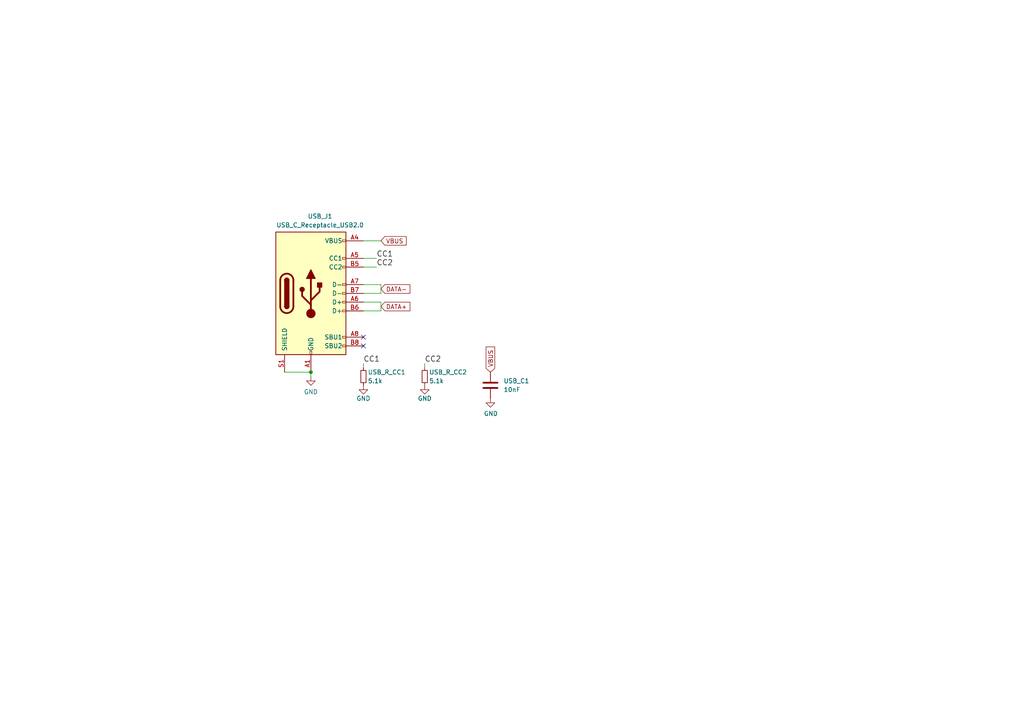
<source format=kicad_sch>
(kicad_sch (version 20231120) (generator "eeschema") (generator_version "8.0")
  (paper "A4")
  (lib_symbols
    (symbol "Connector:USB_C_Receptacle_USB2.0" (pin_names (offset 1.016))
      (property "Reference" "J" (at -10.16 19.05 0))
      (property "Value" "USB_C_Receptacle_USB2.0" (at 19.05 19.05 0))
      (symbol "USB_C_Receptacle_USB2.0_0_0"
        (rectangle (start -0.254 -17.78) (end 0.254 -16.764))
        (rectangle (start 10.16 -14.986) (end 9.144 -15.494))
        (rectangle (start 10.16 -12.446) (end 9.144 -12.954))
        (rectangle (start 10.16 -4.826) (end 9.144 -5.334))
        (rectangle (start 10.16 -2.286) (end 9.144 -2.794))
        (rectangle (start 10.16 0.254) (end 9.144 -0.254))
        (rectangle (start 10.16 2.794) (end 9.144 2.286))
        (rectangle (start 10.16 7.874) (end 9.144 7.366))
        (rectangle (start 10.16 10.414) (end 9.144 9.906))
        (rectangle (start 10.16 15.494) (end 9.144 14.986))
      )
      (symbol "USB_C_Receptacle_USB2.0_0_1"
        (rectangle (start -10.16 17.78) (end 10.16 -17.78) (stroke (width 0.254)) (fill (type background)))
        (arc (start -8.89 -3.81) (mid -6.985 -5.7066) (end -5.08 -3.81) (stroke (width 0.508)))
        (arc (start -7.62 -3.81) (mid -6.985 -4.4422) (end -6.35 -3.81) (stroke (width 0.254)))
        (arc (start -7.62 -3.81) (mid -6.985 -4.4422) (end -6.35 -3.81) (stroke (width 0.254)) (fill (type outline)))
        (rectangle (start -7.62 -3.81) (end -6.35 3.81) (stroke (width 0.254)) (fill (type outline)))
        (arc (start -6.35 3.81) (mid -6.985 4.4422) (end -7.62 3.81) (stroke (width 0.254)))
        (arc (start -6.35 3.81) (mid -6.985 4.4422) (end -7.62 3.81) (stroke (width 0.254)) (fill (type outline)))
        (arc (start -5.08 3.81) (mid -6.985 5.7066) (end -8.89 3.81) (stroke (width 0.508)))
        (circle (center -2.54 1.143) (radius 0.635) (stroke (width 0.254)) (fill (type outline)))
        (circle (center 0 -5.842) (radius 1.27) (fill (type outline)))
        (polyline (pts (xy -8.89 -3.81) (xy -8.89 3.81)) (stroke (width 0.508)))
        (polyline (pts (xy -5.08 3.81) (xy -5.08 -3.81)) (stroke (width 0.508)))
        (polyline (pts (xy 0 -5.842) (xy 0 4.318)) (stroke (width 0.508)))
        (polyline (pts (xy 0 -3.302) (xy -2.54 -0.762) (xy -2.54 0.508)) (stroke (width 0.508)))
        (polyline (pts (xy 0 -2.032) (xy 2.54 0.508) (xy 2.54 1.778)) (stroke (width 0.508)))
        (polyline (pts (xy -1.27 4.318) (xy 0 6.858) (xy 1.27 4.318) (xy -1.27 4.318)) (stroke (width 0.254)) (fill (type outline)))
        (rectangle (start 1.905 1.778) (end 3.175 3.048) (stroke (width 0.254)) (fill (type outline)))
      )
      (symbol "USB_C_Receptacle_USB2.0_1_1"
        (pin passive line (at 0 -22.86 90) (length 5.08) (name "GND") (number "A1"))
        (pin passive line (at 0 -22.86 90) (length 5.08) hide (name "GND") (number "A12"))
        (pin passive line (at 15.24 15.24 180) (length 5.08) (name "VBUS") (number "A4"))
        (pin bidirectional line (at 15.24 10.16 180) (length 5.08) (name "CC1") (number "A5"))
        (pin bidirectional line (at 15.24 -2.54 180) (length 5.08) (name "D+") (number "A6"))
        (pin bidirectional line (at 15.24 2.54 180) (length 5.08) (name "D-") (number "A7"))
        (pin bidirectional line (at 15.24 -12.7 180) (length 5.08) (name "SBU1") (number "A8"))
        (pin passive line (at 15.24 15.24 180) (length 5.08) hide (name "VBUS") (number "A9"))
        (pin passive line (at 0 -22.86 90) (length 5.08) hide (name "GND") (number "B1"))
        (pin passive line (at 0 -22.86 90) (length 5.08) hide (name "GND") (number "B12"))
        (pin passive line (at 15.24 15.24 180) (length 5.08) hide (name "VBUS") (number "B4"))
        (pin bidirectional line (at 15.24 7.62 180) (length 5.08) (name "CC2") (number "B5"))
        (pin bidirectional line (at 15.24 -5.08 180) (length 5.08) (name "D+") (number "B6"))
        (pin bidirectional line (at 15.24 0 180) (length 5.08) (name "D-") (number "B7"))
        (pin bidirectional line (at 15.24 -15.24 180) (length 5.08) (name "SBU2") (number "B8"))
        (pin passive line (at 15.24 15.24 180) (length 5.08) hide (name "VBUS") (number "B9"))
        (pin passive line (at -7.62 -22.86 90) (length 5.08) (name "SHIELD") (number "S1"))
      )
    )
    (symbol "Device:C" (pin_numbers hide) (pin_names (offset 0.254))
      (property "Reference" "C" (at 0.635 2.54 0))
      (property "Value" "C" (at 0.635 -2.54 0))
      (symbol "C_0_1"
        (polyline (pts (xy -2.032 -0.762) (xy 2.032 -0.762)) (stroke (width 0.508)))
        (polyline (pts (xy -2.032 0.762) (xy 2.032 0.762)) (stroke (width 0.508)))
      )
      (symbol "C_1_1"
        (pin passive line (at 0 3.81 270) (length 2.794) (name "~") (number "1"))
        (pin passive line (at 0 -3.81 90) (length 2.794) (name "~") (number "2"))
      )
    )
    (symbol "Device:R_Small" (pin_numbers hide) (pin_names (offset 0.254) hide)
      (property "Reference" "R" (at 0.762 0.508 0))
      (property "Value" "R_Small" (at 0.762 -1.016 0))
      (symbol "R_Small_0_1"
        (rectangle (start -0.762 1.778) (end 0.762 -1.778) (stroke (width 0.2032)))
      )
      (symbol "R_Small_1_1"
        (pin passive line (at 0 2.54 270) (length 0.762) (name "~") (number "1"))
        (pin passive line (at 0 -2.54 90) (length 0.762) (name "~") (number "2"))
      )
    )
    (symbol "power:GND" (power) (pin_names (offset 0))
      (property "Value" "GND" (at 0 -3.81 0))
      (symbol "GND_0_1"
        (polyline (pts (xy 0 0) (xy 0 -1.27) (xy 1.27 -1.27) (xy 0 -2.54) (xy -1.27 -1.27) (xy 0 -1.27)))
      )
      (symbol "GND_1_1"
        (pin power_in line (at 0 0 270) (length 0) hide (name "GND") (number "1"))
      )
    )
  )
  (junction (at 90.17 107.95) (diameter 0.9144))
  (no_connect (at 105.41 97.79))
  (no_connect (at 105.41 100.33))
  (wire (pts (xy 105.41 77.47) (xy 109.22 77.47)))
  (wire (pts (xy 123.19 105.41) (xy 123.19 106.68)))
  (wire (pts (xy 105.41 82.55) (xy 110.49 82.55)))
  (wire (pts (xy 110.49 82.55) (xy 110.49 85.09)))
  (wire (pts (xy 105.41 69.85) (xy 110.49 69.85)))
  (wire (pts (xy 82.55 107.95) (xy 90.17 107.95)))
  (wire (pts (xy 105.41 85.09) (xy 110.49 85.09)))
  (wire (pts (xy 105.41 74.93) (xy 109.22 74.93)))
  (wire (pts (xy 105.41 90.17) (xy 110.49 90.17)))
  (wire (pts (xy 105.41 105.41) (xy 105.41 106.68)))
  (wire (pts (xy 110.49 87.63) (xy 110.49 90.17)))
  (wire (pts (xy 90.17 107.95) (xy 90.17 109.22)))
  (wire (pts (xy 105.41 87.63) (xy 110.49 87.63)))
  (label "CC2" (at 109.22 77.47 0) (effects (font (size 1.5494 1.5494))))
  (label "CC1" (at 109.22 74.93 0) (effects (font (size 1.5494 1.5494))))
  (label "CC2" (at 123.19 105.41 0) (effects (font (size 1.5494 1.5494))))
  (label "CC1" (at 105.41 105.41 0) (effects (font (size 1.5494 1.5494))))
  (global_label "VBUS" (shape input) (at 110.49 69.85 0) (property "Intersheetrefs" "${INTERSHEET_REFS}" (effects (hide yes))))
  (global_label "DATA-" (shape input) (at 110.49 83.82 0) (property "Intersheetrefs" "${INTERSHEET_REFS}" (effects (hide yes))))
  (global_label "VBUS" (shape input) (at 142.24 107.95 90) (property "Intersheetrefs" "${INTERSHEET_REFS}" (effects (hide yes))))
  (global_label "DATA+" (shape input) (at 110.49 88.9 0) (property "Intersheetrefs" "${INTERSHEET_REFS}" (effects (hide yes))))
  (symbol (lib_id "Device:R_Small") (at 123.19 109.22 0) (unit 1)
    (property "Reference" "USB_R_CC2" (at 124.46 107.9499 0) (effects (justify left)))
    (property "Value" "5.1k" (at 124.46 110.4899 0) (effects (justify left)))
    (property "Footprint" "ErgoCai:R_0603" (effects (hide yes)))
  )
  (symbol (lib_id "Connector:USB_C_Receptacle_USB2.0") (at 90.17 85.09 0) (unit 1)
    (property "Reference" "USB_J1" (at 92.837 62.738 0))
    (property "Value" "USB_C_Receptacle_USB2.0" (at 92.837 65.278 0))
    (property "Footprint" "ErgoCai:USB_C_Receptacle_HRO_TYPE-C-31-M-12" (effects (hide yes)))
    (property "Datasheet" "https://www.usb.org/sites/default/files/documents/usb_type-c.zip" (effects (hide yes)))
  )
  (symbol (lib_id "power:GND") (at 90.17 109.22 0) (unit 1)
    (property "Reference" "#PWR01" (effects (hide yes)))
    (property "Value" "GND" (at 90.17 113.665 0))
  )
  (symbol (lib_id "power:GND") (at 123.19 111.76 0) (unit 1)
    (property "Reference" "#PWR03" (effects (hide yes)))
    (property "Value" "GND" (at 123.19 115.57 0))
  )
  (symbol (lib_id "power:GND") (at 105.41 111.76 0) (unit 1)
    (property "Reference" "#PWR02" (effects (hide yes)))
    (property "Value" "GND" (at 105.41 115.57 0))
  )
  (symbol (lib_id "Device:C") (at 142.24 111.76 180) (unit 1)
    (property "Reference" "USB_C1" (at 146.05 110.4899 0) (effects (justify right)))
    (property "Value" "10nF" (at 146.05 113.0299 0) (effects (justify right)))
    (property "Footprint" "Capacitor_SMD:C_0805_2012Metric_Pad1.18x1.45mm_HandSolder" (effects (hide yes)))
  )
  (symbol (lib_id "power:GND") (at 142.24 115.57 0) (unit 1)
    (property "Reference" "#PWR07" (effects (hide yes)))
    (property "Value" "GND" (at 142.367 119.9642 0))
  )
  (symbol (lib_id "Device:R_Small") (at 105.41 109.22 0) (unit 1)
    (property "Reference" "USB_R_CC1" (at 106.68 107.9499 0) (effects (justify left)))
    (property "Value" "5.1k" (at 106.68 110.4899 0) (effects (justify left)))
    (property "Footprint" "ErgoCai:R_0603" (effects (hide yes)))
  )
)
</source>
